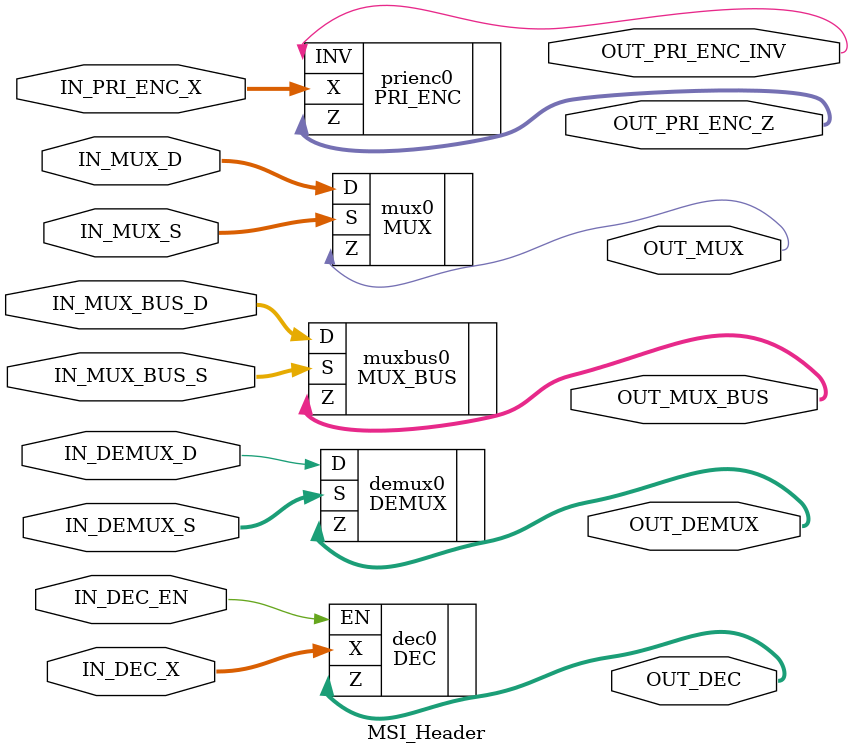
<source format=v>
`timescale 1ns / 1ps

(* DONT_TOUCH = "yes" *)
module MSI_Header(
    input   wire  [3:0]   IN_PRI_ENC_X,
    output  wire  [1:0]   OUT_PRI_ENC_Z,
    output  wire          OUT_PRI_ENC_INV,
    
    input   wire  [3:0]   IN_DEC_X,
    input   wire          IN_DEC_EN,
    output  wire  [15:0]  OUT_DEC,
    
    input   wire  [3:0]   IN_MUX_D,
    input   wire  [1:0]   IN_MUX_S,
    output  wire          OUT_MUX,
    
    input   wire          IN_DEMUX_D,
    input   wire  [1:0]   IN_DEMUX_S,
    output  wire  [3:0]   OUT_DEMUX,
    
    input   wire  [7:0]   IN_MUX_BUS_D,
    input   wire  [1:0]   IN_MUX_BUS_S,
    output  wire  [1:0]   OUT_MUX_BUS 
    );
    PRI_ENC #(.N(4)) prienc0(
        .X(IN_PRI_ENC_X),
        .Z(OUT_PRI_ENC_Z),
        .INV(OUT_PRI_ENC_INV)
    );
    DEC #(.N(4)) dec0(
        .X(IN_DEC_X),
        .EN(IN_DEC_EN),
        .Z(OUT_DEC)
    );
    MUX #(.N(4)) mux0(
        .D(IN_MUX_D),
        .S(IN_MUX_S),
        .Z(OUT_MUX)
    );
    DEMUX #(.N(4)) demux0(
        .D(IN_DEMUX_D),
        .S(IN_DEMUX_S),
        .Z(OUT_DEMUX)
    );
    MUX_BUS #(.N(4), .W(2)) muxbus0(
        .D(IN_MUX_BUS_D),
        .S(IN_MUX_BUS_S),
        .Z(OUT_MUX_BUS)
    );
endmodule

</source>
